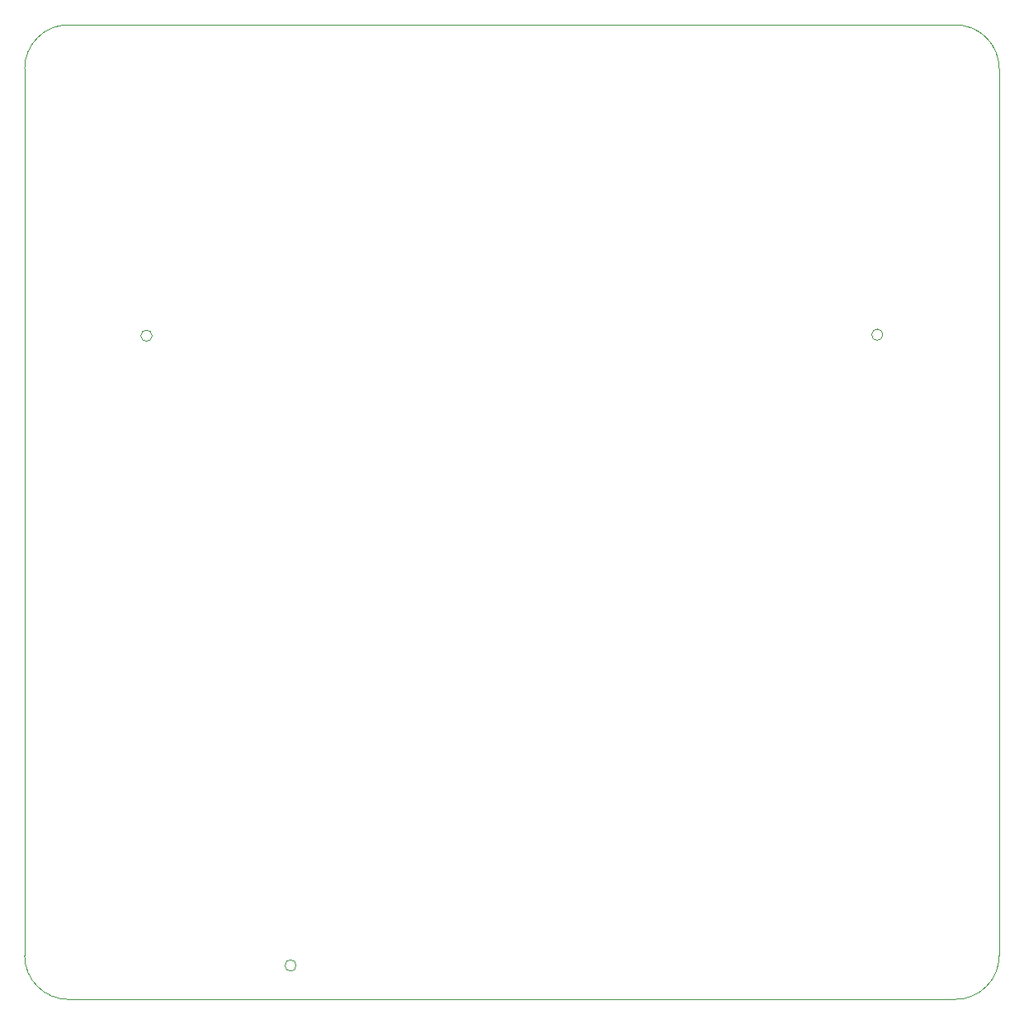
<source format=gbr>
%TF.GenerationSoftware,KiCad,Pcbnew,(5.1.8-0-10_14)*%
%TF.CreationDate,2021-11-08T19:43:21+01:00*%
%TF.ProjectId,KLST_SHEEP,4b4c5354-5f53-4484-9545-502e6b696361,0.1*%
%TF.SameCoordinates,Original*%
%TF.FileFunction,Profile,NP*%
%FSLAX46Y46*%
G04 Gerber Fmt 4.6, Leading zero omitted, Abs format (unit mm)*
G04 Created by KiCad (PCBNEW (5.1.8-0-10_14)) date 2021-11-08 19:43:21*
%MOMM*%
%LPD*%
G01*
G04 APERTURE LIST*
%TA.AperFunction,Profile*%
%ADD10C,0.050000*%
%TD*%
G04 APERTURE END LIST*
D10*
X93076000Y-81900000D02*
G75*
G03*
X93076000Y-81900000I-576000J0D01*
G01*
X168066000Y-81800000D02*
G75*
G03*
X168066000Y-81800000I-576000J0D01*
G01*
X107866000Y-146524000D02*
G75*
G03*
X107866000Y-146524000I-576000J0D01*
G01*
X80000000Y-54500000D02*
G75*
G02*
X84500000Y-50000000I4500000J0D01*
G01*
X84500000Y-150000000D02*
G75*
G02*
X80000000Y-145500000I0J4500000D01*
G01*
X180000000Y-145500000D02*
G75*
G02*
X175500000Y-150000000I-4500000J0D01*
G01*
X175500000Y-50000000D02*
G75*
G02*
X180000000Y-54500000I0J-4500000D01*
G01*
X80000000Y-54500000D02*
X80000000Y-145500000D01*
X84500000Y-50000000D02*
X175500000Y-50000000D01*
X175500000Y-150000000D02*
X84500000Y-150000000D01*
X180000000Y-54500000D02*
X180000000Y-145500000D01*
M02*

</source>
